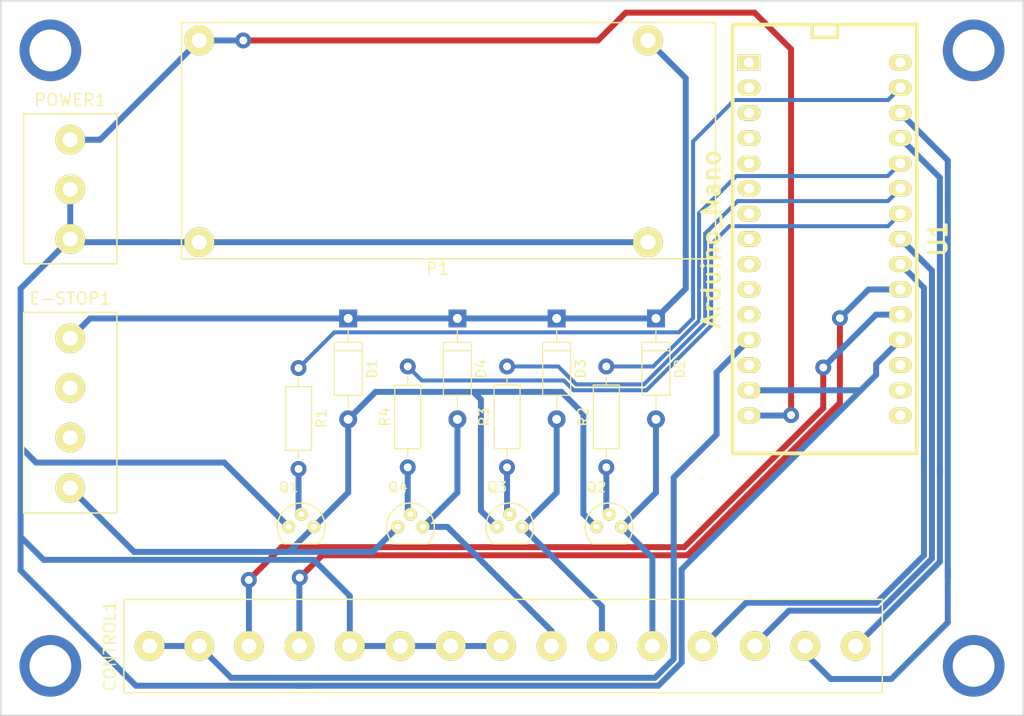
<source format=kicad_pcb>
(kicad_pcb (version 4) (host pcbnew 4.0.2-stable)

  (general
    (links 44)
    (no_connects 0)
    (area 81.653572 51.924999 187.346429 125.275)
    (thickness 1.6)
    (drawings 4)
    (tracks 186)
    (zones 0)
    (modules 21)
    (nets 41)
  )

  (page A4)
  (layers
    (0 F.Cu signal)
    (31 B.Cu signal)
    (32 B.Adhes user)
    (33 F.Adhes user)
    (34 B.Paste user)
    (35 F.Paste user)
    (36 B.SilkS user)
    (37 F.SilkS user)
    (38 B.Mask user)
    (39 F.Mask user)
    (40 Dwgs.User user)
    (41 Cmts.User user)
    (42 Eco1.User user)
    (43 Eco2.User user)
    (44 Edge.Cuts user)
    (45 Margin user)
    (46 B.CrtYd user)
    (47 F.CrtYd user hide)
    (48 B.Fab user)
    (49 F.Fab user)
  )

  (setup
    (last_trace_width 0.25)
    (user_trace_width 0.4)
    (user_trace_width 0.6)
    (trace_clearance 0.2)
    (zone_clearance 0.508)
    (zone_45_only no)
    (trace_min 0.2)
    (segment_width 0.2)
    (edge_width 0.15)
    (via_size 0.6)
    (via_drill 0.4)
    (via_min_size 0.4)
    (via_min_drill 0.3)
    (user_via 1.6 0.8)
    (uvia_size 0.3)
    (uvia_drill 0.1)
    (uvias_allowed no)
    (uvia_min_size 0.2)
    (uvia_min_drill 0.1)
    (pcb_text_width 0.3)
    (pcb_text_size 1.5 1.5)
    (mod_edge_width 0.15)
    (mod_text_size 1 1)
    (mod_text_width 0.15)
    (pad_size 1.524 1.524)
    (pad_drill 0.762)
    (pad_to_mask_clearance 0.2)
    (aux_axis_origin 0 0)
    (visible_elements 7FFEFFFF)
    (pcbplotparams
      (layerselection 0x01000_00000000)
      (usegerberextensions false)
      (excludeedgelayer true)
      (linewidth 0.100000)
      (plotframeref false)
      (viasonmask false)
      (mode 1)
      (useauxorigin false)
      (hpglpennumber 1)
      (hpglpenspeed 20)
      (hpglpendiameter 15)
      (hpglpenoverlay 2)
      (psnegative false)
      (psa4output false)
      (plotreference true)
      (plotvalue true)
      (plotinvisibletext false)
      (padsonsilk false)
      (subtractmaskfromsilk false)
      (outputformat 1)
      (mirror false)
      (drillshape 0)
      (scaleselection 1)
      (outputdirectory Gerbers/))
  )

  (net 0 "")
  (net 1 GND)
  (net 2 "Net-(D1-Pad1)")
  (net 3 "Net-(D1-Pad2)")
  (net 4 "Net-(Q1-Pad2)")
  (net 5 "Net-(Q2-Pad2)")
  (net 6 "Net-(Q3-Pad2)")
  (net 7 "Net-(Q4-Pad2)")
  (net 8 "Net-(U1-Pad1)")
  (net 9 "Net-(U1-Pad2)")
  (net 10 "Net-(U1-Pad3)")
  (net 11 "Net-(U1-Pad10)")
  (net 12 "Net-(U1-Pad11)")
  (net 13 "Net-(U1-Pad13)")
  (net 14 "Net-(U1-Pad16)")
  (net 15 "Net-(U1-Pad17)")
  (net 16 "Net-(U1-Pad18)")
  (net 17 "Net-(CONTROL1-Pad15)")
  (net 18 "Net-(CONTROL1-Pad14)")
  (net 19 "Net-(CONTROL1-Pad13)")
  (net 20 "Net-(CONTROL1-Pad12)")
  (net 21 "Net-(CONTROL1-Pad11)")
  (net 22 "Net-(CONTROL1-Pad10)")
  (net 23 "Net-(CONTROL1-Pad9)")
  (net 24 "Net-(CONTROL1-Pad4)")
  (net 25 "Net-(CONTROL1-Pad1)")
  (net 26 "Net-(CONTROL1-Pad3)")
  (net 27 "Net-(E-STOP1-Pad2)")
  (net 28 "Net-(E-STOP1-Pad3)")
  (net 29 "Net-(P1-Pad1)")
  (net 30 "Net-(R1-Pad1)")
  (net 31 "Net-(R2-Pad2)")
  (net 32 "Net-(R3-Pad2)")
  (net 33 "Net-(R4-Pad2)")
  (net 34 "Net-(U1-Pad4)")
  (net 35 "Net-(U1-Pad5)")
  (net 36 "Net-(U1-Pad6)")
  (net 37 "Net-(U1-Pad7)")
  (net 38 "Net-(U1-Pad8)")
  (net 39 "Net-(U1-Pad9)")
  (net 40 "Net-(U1-Pad30)")

  (net_class Default "This is the default net class."
    (clearance 0.2)
    (trace_width 0.25)
    (via_dia 0.6)
    (via_drill 0.4)
    (uvia_dia 0.3)
    (uvia_drill 0.1)
    (add_net GND)
    (add_net "Net-(CONTROL1-Pad1)")
    (add_net "Net-(CONTROL1-Pad10)")
    (add_net "Net-(CONTROL1-Pad11)")
    (add_net "Net-(CONTROL1-Pad12)")
    (add_net "Net-(CONTROL1-Pad13)")
    (add_net "Net-(CONTROL1-Pad14)")
    (add_net "Net-(CONTROL1-Pad15)")
    (add_net "Net-(CONTROL1-Pad3)")
    (add_net "Net-(CONTROL1-Pad4)")
    (add_net "Net-(CONTROL1-Pad9)")
    (add_net "Net-(D1-Pad1)")
    (add_net "Net-(D1-Pad2)")
    (add_net "Net-(E-STOP1-Pad2)")
    (add_net "Net-(E-STOP1-Pad3)")
    (add_net "Net-(P1-Pad1)")
    (add_net "Net-(Q1-Pad2)")
    (add_net "Net-(Q2-Pad2)")
    (add_net "Net-(Q3-Pad2)")
    (add_net "Net-(Q4-Pad2)")
    (add_net "Net-(R1-Pad1)")
    (add_net "Net-(R2-Pad2)")
    (add_net "Net-(R3-Pad2)")
    (add_net "Net-(R4-Pad2)")
    (add_net "Net-(U1-Pad1)")
    (add_net "Net-(U1-Pad10)")
    (add_net "Net-(U1-Pad11)")
    (add_net "Net-(U1-Pad13)")
    (add_net "Net-(U1-Pad16)")
    (add_net "Net-(U1-Pad17)")
    (add_net "Net-(U1-Pad18)")
    (add_net "Net-(U1-Pad2)")
    (add_net "Net-(U1-Pad3)")
    (add_net "Net-(U1-Pad30)")
    (add_net "Net-(U1-Pad4)")
    (add_net "Net-(U1-Pad5)")
    (add_net "Net-(U1-Pad6)")
    (add_net "Net-(U1-Pad7)")
    (add_net "Net-(U1-Pad8)")
    (add_net "Net-(U1-Pad9)")
  )

  (module sap-pcb:15-PIN_CONN (layer F.Cu) (tedit 58923F4D) (tstamp 58912A94)
    (at 98 117)
    (path /588FCA10)
    (fp_text reference CONTROL1 (at -4 0 90) (layer F.SilkS)
      (effects (font (size 1.2 1.2) (thickness 0.15)))
    )
    (fp_text value CONN_01X15 (at 34.29 -6.35) (layer F.Fab) hide
      (effects (font (size 1.2 1.2) (thickness 0.15)))
    )
    (fp_line (start -2.6 -4.7) (end 73.8 -4.7) (layer F.SilkS) (width 0.15))
    (fp_line (start 73.8 -4.7) (end 73.8 4.7) (layer F.SilkS) (width 0.15))
    (fp_line (start 73.8 4.7) (end -2.6 4.7) (layer F.SilkS) (width 0.15))
    (fp_line (start -2.6 -4.7) (end -2.6 4.7) (layer F.SilkS) (width 0.15))
    (pad 15 thru_hole circle (at 71.12 0) (size 3 3) (drill 1.5) (layers *.Cu *.Mask F.SilkS)
      (net 17 "Net-(CONTROL1-Pad15)"))
    (pad 14 thru_hole circle (at 66.04 0) (size 3 3) (drill 1.5) (layers *.Cu *.Mask F.SilkS)
      (net 18 "Net-(CONTROL1-Pad14)"))
    (pad 13 thru_hole circle (at 60.96 0) (size 3 3) (drill 1.5) (layers *.Cu *.Mask F.SilkS)
      (net 19 "Net-(CONTROL1-Pad13)"))
    (pad 12 thru_hole circle (at 55.72 0) (size 3 3) (drill 1.5) (layers *.Cu *.Mask F.SilkS)
      (net 20 "Net-(CONTROL1-Pad12)"))
    (pad 11 thru_hole circle (at 50.64 0) (size 3 3) (drill 1.5) (layers *.Cu *.Mask F.SilkS)
      (net 21 "Net-(CONTROL1-Pad11)"))
    (pad 10 thru_hole circle (at 45.56 0) (size 3 3) (drill 1.5) (layers *.Cu *.Mask F.SilkS)
      (net 22 "Net-(CONTROL1-Pad10)"))
    (pad 9 thru_hole circle (at 40.48 0) (size 3 3) (drill 1.5) (layers *.Cu *.Mask F.SilkS)
      (net 23 "Net-(CONTROL1-Pad9)"))
    (pad 8 thru_hole circle (at 35.4 0) (size 3 3) (drill 1.5) (layers *.Cu *.Mask F.SilkS)
      (net 1 GND))
    (pad 7 thru_hole circle (at 30.32 0) (size 3 3) (drill 1.5) (layers *.Cu *.Mask F.SilkS)
      (net 1 GND))
    (pad 6 thru_hole circle (at 25.24 0) (size 3 3) (drill 1.5) (layers *.Cu *.Mask F.SilkS)
      (net 1 GND))
    (pad 5 thru_hole circle (at 20.16 0) (size 3 3) (drill 1.5) (layers *.Cu *.Mask F.SilkS)
      (net 1 GND))
    (pad 4 thru_hole circle (at 15.08 0) (size 3 3) (drill 1.5) (layers *.Cu *.Mask F.SilkS)
      (net 24 "Net-(CONTROL1-Pad4)"))
    (pad 1 thru_hole circle (at 0 0) (size 3 3) (drill 1.5) (layers *.Cu *.Mask F.SilkS)
      (net 25 "Net-(CONTROL1-Pad1)"))
    (pad 2 thru_hole circle (at 5 0) (size 3 3) (drill 1.5) (layers *.Cu *.Mask F.SilkS)
      (net 25 "Net-(CONTROL1-Pad1)"))
    (pad 3 thru_hole circle (at 10 0) (size 3 3) (drill 1.5) (layers *.Cu *.Mask F.SilkS)
      (net 26 "Net-(CONTROL1-Pad3)"))
    (model "../../../../../home/tetil/USBdio-PCB/USBdio-PCB.pretty/PHX_HDR_4_POS_(1933202).wrl"
      (at (xyz 2.0965 2.332 -1.975))
      (scale (xyz 0.393701 0.393701 0.393701))
      (rotate (xyz 270 0 90))
    )
    (model "../../../../../home/tetil/USBdio-PCB/USBdio-PCB.pretty/PHNX_PLUG_4_POS_(1934887).wrl"
      (at (xyz -0.37 -1.895 -0.8090000000000001))
      (scale (xyz 0.393701 0.393701 0.393701))
      (rotate (xyz 270 0 270))
    )
  )

  (module sap-pcb:4-PIN_CONN (layer F.Cu) (tedit 58923F2F) (tstamp 58912AA0)
    (at 90 86 270)
    (path /57BF6965)
    (fp_text reference E-STOP1 (at -4 0 360) (layer F.SilkS)
      (effects (font (size 1.2 1.2) (thickness 0.15)))
    )
    (fp_text value CONN_01X04 (at 7.62 -6.35 270) (layer F.Fab) hide
      (effects (font (size 1.2 1.2) (thickness 0.15)))
    )
    (fp_line (start -2.6 -4.7) (end 17.6 -4.7) (layer F.SilkS) (width 0.15))
    (fp_line (start 17.6 -4.7) (end 17.6 4.7) (layer F.SilkS) (width 0.15))
    (fp_line (start 17.6 4.7) (end -2.6 4.7) (layer F.SilkS) (width 0.15))
    (fp_line (start -2.6 -4.7) (end -2.6 4.7) (layer F.SilkS) (width 0.15))
    (pad 4 thru_hole circle (at 15.08 0 270) (size 3 3) (drill 1.5) (layers *.Cu *.Mask F.SilkS)
      (net 3 "Net-(D1-Pad2)"))
    (pad 1 thru_hole circle (at 0 0 270) (size 3 3) (drill 1.5) (layers *.Cu *.Mask F.SilkS)
      (net 2 "Net-(D1-Pad1)"))
    (pad 2 thru_hole circle (at 5 0 270) (size 3 3) (drill 1.5) (layers *.Cu *.Mask F.SilkS)
      (net 27 "Net-(E-STOP1-Pad2)"))
    (pad 3 thru_hole circle (at 10 0 270) (size 3 3) (drill 1.5) (layers *.Cu *.Mask F.SilkS)
      (net 28 "Net-(E-STOP1-Pad3)"))
    (model "../../../../../home/tetil/USBdio-PCB/USBdio-PCB.pretty/PHX_HDR_4_POS_(1933202).wrl"
      (at (xyz 2.0965 2.332 -1.975))
      (scale (xyz 0.393701 0.393701 0.393701))
      (rotate (xyz 270 0 90))
    )
    (model "../../../../../home/tetil/USBdio-PCB/USBdio-PCB.pretty/PHNX_PLUG_4_POS_(1934887).wrl"
      (at (xyz -0.37 -1.895 -0.8090000000000001))
      (scale (xyz 0.393701 0.393701 0.393701))
      (rotate (xyz 270 0 270))
    )
  )

  (module sap-pcb:DROK_DC_DC_CONVERTER (layer F.Cu) (tedit 58923F35) (tstamp 58912AAC)
    (at 103 56)
    (path /588FD125)
    (fp_text reference P1 (at 24 23) (layer F.SilkS)
      (effects (font (size 1.2 1.2) (thickness 0.15)))
    )
    (fp_text value DROK_DC_DC_CONVERTER (at 25 0) (layer F.Fab) hide
      (effects (font (size 1.2 1.2) (thickness 0.15)))
    )
    (fp_line (start -1.8 -1.8) (end 52 -1.8) (layer F.SilkS) (width 0.15))
    (fp_line (start 52 -1.8) (end 52 22) (layer F.SilkS) (width 0.15))
    (fp_line (start 52 22) (end -1.8 22) (layer F.SilkS) (width 0.15))
    (fp_line (start -1.8 -1.8) (end -1.8 22) (layer F.SilkS) (width 0.15))
    (pad 1 thru_hole circle (at 0 0) (size 3 3) (drill 1.5) (layers *.Cu *.Mask F.SilkS)
      (net 29 "Net-(P1-Pad1)"))
    (pad 2 thru_hole circle (at 0 20.32) (size 3 3) (drill 1.5) (layers *.Cu *.Mask F.SilkS)
      (net 1 GND))
    (pad 3 thru_hole circle (at 45.2 0) (size 3 3) (drill 1.5) (layers *.Cu *.Mask F.SilkS)
      (net 2 "Net-(D1-Pad1)"))
    (pad 4 thru_hole circle (at 45.2 20.32) (size 3 3) (drill 1.5) (layers *.Cu *.Mask F.SilkS)
      (net 1 GND))
    (model "../../../../../home/tetil/USBdio-PCB/USBdio-PCB.pretty/PHX_HDR_4_POS_(1933202).wrl"
      (at (xyz 2.0965 2.332 -1.975))
      (scale (xyz 0.393701 0.393701 0.393701))
      (rotate (xyz 270 0 90))
    )
    (model "../../../../../home/tetil/USBdio-PCB/USBdio-PCB.pretty/PHNX_PLUG_4_POS_(1934887).wrl"
      (at (xyz -0.37 -1.895 -0.8090000000000001))
      (scale (xyz 0.393701 0.393701 0.393701))
      (rotate (xyz 270 0 270))
    )
  )

  (module sap-pcb:3-PIN_CONN (layer F.Cu) (tedit 58923F2B) (tstamp 58912AB7)
    (at 90 66 270)
    (path /588FC1DA)
    (fp_text reference POWER1 (at -4 0 360) (layer F.SilkS)
      (effects (font (size 1.2 1.2) (thickness 0.15)))
    )
    (fp_text value CONN_01X03 (at 5.08 -6.35 270) (layer F.Fab) hide
      (effects (font (size 1.2 1.2) (thickness 0.15)))
    )
    (fp_line (start -2.6 -4.7) (end 12.5 -4.7) (layer F.SilkS) (width 0.15))
    (fp_line (start 12.5 -4.7) (end 12.5 4.7) (layer F.SilkS) (width 0.15))
    (fp_line (start 12.5 4.7) (end -2.6 4.7) (layer F.SilkS) (width 0.15))
    (fp_line (start -2.6 -4.7) (end -2.6 4.7) (layer F.SilkS) (width 0.15))
    (pad 1 thru_hole circle (at 0 0 270) (size 3 3) (drill 1.5) (layers *.Cu *.Mask F.SilkS)
      (net 29 "Net-(P1-Pad1)"))
    (pad 2 thru_hole circle (at 5 0 270) (size 3 3) (drill 1.5) (layers *.Cu *.Mask F.SilkS)
      (net 1 GND))
    (pad 3 thru_hole circle (at 10 0 270) (size 3 3) (drill 1.5) (layers *.Cu *.Mask F.SilkS)
      (net 1 GND))
    (model "../../../../../home/tetil/USBdio-PCB/USBdio-PCB.pretty/PHX_HDR_4_POS_(1933202).wrl"
      (at (xyz 2.0965 2.332 -1.975))
      (scale (xyz 0.393701 0.393701 0.393701))
      (rotate (xyz 270 0 90))
    )
    (model "../../../../../home/tetil/USBdio-PCB/USBdio-PCB.pretty/PHNX_PLUG_4_POS_(1934887).wrl"
      (at (xyz -0.37 -1.895 -0.8090000000000001))
      (scale (xyz 0.393701 0.393701 0.393701))
      (rotate (xyz 270 0 270))
    )
  )

  (module sap-pcb:TRANSISTOR (layer F.Cu) (tedit 589125CE) (tstamp 58912AC5)
    (at 112 105)
    (path /589113CE)
    (fp_text reference Q1 (at 0 -4) (layer F.SilkS)
      (effects (font (size 1 1) (thickness 0.15)))
    )
    (fp_text value Q_NPN (at 0 3) (layer F.Fab)
      (effects (font (size 1 1) (thickness 0.15)))
    )
    (fp_line (start -1.4 1.95) (end -1.4 -2.65) (layer F.CrtYd) (width 0.05))
    (fp_line (start -1.4 1.95) (end 3.9 1.95) (layer F.CrtYd) (width 0.05))
    (fp_line (start -0.43 1.7) (end 2.97 1.7) (layer F.SilkS) (width 0.15))
    (fp_arc (start 1.27 0) (end 1.27 -2.4) (angle -135) (layer F.SilkS) (width 0.15))
    (fp_arc (start 1.27 0) (end 1.27 -2.4) (angle 135) (layer F.SilkS) (width 0.15))
    (fp_line (start -1.4 -2.65) (end 3.9 -2.65) (layer F.CrtYd) (width 0.05))
    (fp_line (start 3.9 1.95) (end 3.9 -2.65) (layer F.CrtYd) (width 0.05))
    (pad 2 thru_hole circle (at 1.27 -1.27 90) (size 1.3 1.3) (drill 0.6) (layers *.Cu *.Mask F.SilkS)
      (net 4 "Net-(Q1-Pad2)"))
    (pad 3 thru_hole circle (at 2.54 0 90) (size 1.3 1.3) (drill 0.6) (layers *.Cu *.Mask F.SilkS)
      (net 3 "Net-(D1-Pad2)"))
    (pad 1 thru_hole circle (at 0 0 90) (size 1.3 1.3) (drill 0.6) (layers *.Cu *.Mask F.SilkS)
      (net 1 GND))
    (model TO_SOT_Packages_THT.3dshapes/TO-92_Molded_Narrow.wrl
      (at (xyz 0.05 0 0))
      (scale (xyz 1 1 1))
      (rotate (xyz 0 0 -90))
    )
  )

  (module sap-pcb:TRANSISTOR (layer F.Cu) (tedit 589125CE) (tstamp 58912AD3)
    (at 143 105)
    (path /58912673)
    (fp_text reference Q2 (at 0 -4) (layer F.SilkS)
      (effects (font (size 1 1) (thickness 0.15)))
    )
    (fp_text value Q_NPN (at 0 3) (layer F.Fab)
      (effects (font (size 1 1) (thickness 0.15)))
    )
    (fp_line (start -1.4 1.95) (end -1.4 -2.65) (layer F.CrtYd) (width 0.05))
    (fp_line (start -1.4 1.95) (end 3.9 1.95) (layer F.CrtYd) (width 0.05))
    (fp_line (start -0.43 1.7) (end 2.97 1.7) (layer F.SilkS) (width 0.15))
    (fp_arc (start 1.27 0) (end 1.27 -2.4) (angle -135) (layer F.SilkS) (width 0.15))
    (fp_arc (start 1.27 0) (end 1.27 -2.4) (angle 135) (layer F.SilkS) (width 0.15))
    (fp_line (start -1.4 -2.65) (end 3.9 -2.65) (layer F.CrtYd) (width 0.05))
    (fp_line (start 3.9 1.95) (end 3.9 -2.65) (layer F.CrtYd) (width 0.05))
    (pad 2 thru_hole circle (at 1.27 -1.27 90) (size 1.3 1.3) (drill 0.6) (layers *.Cu *.Mask F.SilkS)
      (net 5 "Net-(Q2-Pad2)"))
    (pad 3 thru_hole circle (at 2.54 0 90) (size 1.3 1.3) (drill 0.6) (layers *.Cu *.Mask F.SilkS)
      (net 21 "Net-(CONTROL1-Pad11)"))
    (pad 1 thru_hole circle (at 0 0 90) (size 1.3 1.3) (drill 0.6) (layers *.Cu *.Mask F.SilkS)
      (net 3 "Net-(D1-Pad2)"))
    (model TO_SOT_Packages_THT.3dshapes/TO-92_Molded_Narrow.wrl
      (at (xyz 0.05 0 0))
      (scale (xyz 1 1 1))
      (rotate (xyz 0 0 -90))
    )
  )

  (module sap-pcb:TRANSISTOR (layer F.Cu) (tedit 589125CE) (tstamp 58912AE1)
    (at 133 105)
    (path /5891270E)
    (fp_text reference Q3 (at 0 -4) (layer F.SilkS)
      (effects (font (size 1 1) (thickness 0.15)))
    )
    (fp_text value Q_NPN (at 0 3) (layer F.Fab)
      (effects (font (size 1 1) (thickness 0.15)))
    )
    (fp_line (start -1.4 1.95) (end -1.4 -2.65) (layer F.CrtYd) (width 0.05))
    (fp_line (start -1.4 1.95) (end 3.9 1.95) (layer F.CrtYd) (width 0.05))
    (fp_line (start -0.43 1.7) (end 2.97 1.7) (layer F.SilkS) (width 0.15))
    (fp_arc (start 1.27 0) (end 1.27 -2.4) (angle -135) (layer F.SilkS) (width 0.15))
    (fp_arc (start 1.27 0) (end 1.27 -2.4) (angle 135) (layer F.SilkS) (width 0.15))
    (fp_line (start -1.4 -2.65) (end 3.9 -2.65) (layer F.CrtYd) (width 0.05))
    (fp_line (start 3.9 1.95) (end 3.9 -2.65) (layer F.CrtYd) (width 0.05))
    (pad 2 thru_hole circle (at 1.27 -1.27 90) (size 1.3 1.3) (drill 0.6) (layers *.Cu *.Mask F.SilkS)
      (net 6 "Net-(Q3-Pad2)"))
    (pad 3 thru_hole circle (at 2.54 0 90) (size 1.3 1.3) (drill 0.6) (layers *.Cu *.Mask F.SilkS)
      (net 22 "Net-(CONTROL1-Pad10)"))
    (pad 1 thru_hole circle (at 0 0 90) (size 1.3 1.3) (drill 0.6) (layers *.Cu *.Mask F.SilkS)
      (net 3 "Net-(D1-Pad2)"))
    (model TO_SOT_Packages_THT.3dshapes/TO-92_Molded_Narrow.wrl
      (at (xyz 0.05 0 0))
      (scale (xyz 1 1 1))
      (rotate (xyz 0 0 -90))
    )
  )

  (module sap-pcb:TRANSISTOR (layer F.Cu) (tedit 589125CE) (tstamp 58912AEF)
    (at 123 105)
    (path /589127B6)
    (fp_text reference Q4 (at 0 -4) (layer F.SilkS)
      (effects (font (size 1 1) (thickness 0.15)))
    )
    (fp_text value Q_NPN (at 0 3) (layer F.Fab)
      (effects (font (size 1 1) (thickness 0.15)))
    )
    (fp_line (start -1.4 1.95) (end -1.4 -2.65) (layer F.CrtYd) (width 0.05))
    (fp_line (start -1.4 1.95) (end 3.9 1.95) (layer F.CrtYd) (width 0.05))
    (fp_line (start -0.43 1.7) (end 2.97 1.7) (layer F.SilkS) (width 0.15))
    (fp_arc (start 1.27 0) (end 1.27 -2.4) (angle -135) (layer F.SilkS) (width 0.15))
    (fp_arc (start 1.27 0) (end 1.27 -2.4) (angle 135) (layer F.SilkS) (width 0.15))
    (fp_line (start -1.4 -2.65) (end 3.9 -2.65) (layer F.CrtYd) (width 0.05))
    (fp_line (start 3.9 1.95) (end 3.9 -2.65) (layer F.CrtYd) (width 0.05))
    (pad 2 thru_hole circle (at 1.27 -1.27 90) (size 1.3 1.3) (drill 0.6) (layers *.Cu *.Mask F.SilkS)
      (net 7 "Net-(Q4-Pad2)"))
    (pad 3 thru_hole circle (at 2.54 0 90) (size 1.3 1.3) (drill 0.6) (layers *.Cu *.Mask F.SilkS)
      (net 23 "Net-(CONTROL1-Pad9)"))
    (pad 1 thru_hole circle (at 0 0 90) (size 1.3 1.3) (drill 0.6) (layers *.Cu *.Mask F.SilkS)
      (net 3 "Net-(D1-Pad2)"))
    (model TO_SOT_Packages_THT.3dshapes/TO-92_Molded_Narrow.wrl
      (at (xyz 0.05 0 0))
      (scale (xyz 1 1 1))
      (rotate (xyz 0 0 -90))
    )
  )

  (module sap-pcb:ARDUINO_NANO (layer F.Cu) (tedit 57C44E57) (tstamp 58912B18)
    (at 166 76 270)
    (descr "30 pins DIL package, elliptical pads, width 600mil (arduino nano)")
    (tags "DIL arduino nano")
    (path /57BF6188)
    (fp_text reference U1 (at 0 -11.43 270) (layer F.SilkS)
      (effects (font (size 1.778 1.778) (thickness 0.3048)))
    )
    (fp_text value Arduino_Nano (at 0 11.43 270) (layer F.SilkS)
      (effects (font (size 1.778 1.778) (thickness 0.3048)))
    )
    (fp_line (start -21.59 -9.27) (end 21.59 -9.27) (layer F.SilkS) (width 0.381))
    (fp_line (start 21.59 -9.27) (end 21.59 9.27) (layer F.SilkS) (width 0.381))
    (fp_line (start 21.59 9.27) (end -21.59 9.27) (layer F.SilkS) (width 0.381))
    (fp_line (start -21.59 9.27) (end -21.59 -9.27) (layer F.SilkS) (width 0.381))
    (fp_line (start -21.59 1.27) (end -20.32 1.27) (layer F.SilkS) (width 0.381))
    (fp_line (start -20.32 1.27) (end -20.32 -1.27) (layer F.SilkS) (width 0.381))
    (fp_line (start -20.32 -1.27) (end -21.59 -1.27) (layer F.SilkS) (width 0.381))
    (pad 1 thru_hole rect (at -17.78 7.62 270) (size 1.5748 2.286) (drill 1.016) (layers *.Cu *.Mask F.SilkS)
      (net 8 "Net-(U1-Pad1)"))
    (pad 2 thru_hole oval (at -15.24 7.62 270) (size 1.5748 2.286) (drill 1.016) (layers *.Cu *.Mask F.SilkS)
      (net 9 "Net-(U1-Pad2)"))
    (pad 3 thru_hole oval (at -12.7 7.62 270) (size 1.5748 2.286) (drill 1.016) (layers *.Cu *.Mask F.SilkS)
      (net 10 "Net-(U1-Pad3)"))
    (pad 4 thru_hole oval (at -10.16 7.62 270) (size 1.5748 2.286) (drill 1.016) (layers *.Cu *.Mask F.SilkS)
      (net 34 "Net-(U1-Pad4)"))
    (pad 5 thru_hole oval (at -7.62 7.62 270) (size 1.5748 2.286) (drill 1.016) (layers *.Cu *.Mask F.SilkS)
      (net 35 "Net-(U1-Pad5)"))
    (pad 6 thru_hole oval (at -5.08 7.62 270) (size 1.5748 2.286) (drill 1.016) (layers *.Cu *.Mask F.SilkS)
      (net 36 "Net-(U1-Pad6)"))
    (pad 7 thru_hole oval (at -2.54 7.62 270) (size 1.5748 2.286) (drill 1.016) (layers *.Cu *.Mask F.SilkS)
      (net 37 "Net-(U1-Pad7)"))
    (pad 8 thru_hole oval (at 0 7.62 270) (size 1.5748 2.286) (drill 1.016) (layers *.Cu *.Mask F.SilkS)
      (net 38 "Net-(U1-Pad8)"))
    (pad 9 thru_hole oval (at 2.54 7.62 270) (size 1.5748 2.286) (drill 1.016) (layers *.Cu *.Mask F.SilkS)
      (net 39 "Net-(U1-Pad9)"))
    (pad 10 thru_hole oval (at 5.08 7.62 270) (size 1.5748 2.286) (drill 1.016) (layers *.Cu *.Mask F.SilkS)
      (net 11 "Net-(U1-Pad10)"))
    (pad 11 thru_hole oval (at 7.62 7.62 270) (size 1.5748 2.286) (drill 1.016) (layers *.Cu *.Mask F.SilkS)
      (net 12 "Net-(U1-Pad11)"))
    (pad 12 thru_hole oval (at 10.16 7.62 270) (size 1.5748 2.286) (drill 1.016) (layers *.Cu *.Mask F.SilkS)
      (net 25 "Net-(CONTROL1-Pad1)"))
    (pad 13 thru_hole oval (at 12.7 7.62 270) (size 1.5748 2.286) (drill 1.016) (layers *.Cu *.Mask F.SilkS)
      (net 13 "Net-(U1-Pad13)"))
    (pad 14 thru_hole oval (at 15.24 7.62 270) (size 1.5748 2.286) (drill 1.016) (layers *.Cu *.Mask F.SilkS)
      (net 1 GND))
    (pad 15 thru_hole oval (at 17.78 7.62 270) (size 1.5748 2.286) (drill 1.016) (layers *.Cu *.Mask F.SilkS)
      (net 29 "Net-(P1-Pad1)"))
    (pad 16 thru_hole oval (at 17.78 -7.62 270) (size 1.5748 2.286) (drill 1.016) (layers *.Cu *.Mask F.SilkS)
      (net 14 "Net-(U1-Pad16)"))
    (pad 17 thru_hole oval (at 15.24 -7.62 270) (size 1.5748 2.286) (drill 1.016) (layers *.Cu *.Mask F.SilkS)
      (net 15 "Net-(U1-Pad17)"))
    (pad 18 thru_hole oval (at 12.7 -7.62 270) (size 1.5748 2.286) (drill 1.016) (layers *.Cu *.Mask F.SilkS)
      (net 16 "Net-(U1-Pad18)"))
    (pad 19 thru_hole oval (at 10.16 -7.62 270) (size 1.5748 2.286) (drill 1.016) (layers *.Cu *.Mask F.SilkS)
      (net 1 GND))
    (pad 20 thru_hole oval (at 7.62 -7.62 270) (size 1.5748 2.286) (drill 1.016) (layers *.Cu *.Mask F.SilkS)
      (net 26 "Net-(CONTROL1-Pad3)"))
    (pad 21 thru_hole oval (at 5.08 -7.62 270) (size 1.5748 2.286) (drill 1.016) (layers *.Cu *.Mask F.SilkS)
      (net 24 "Net-(CONTROL1-Pad4)"))
    (pad 22 thru_hole oval (at 2.54 -7.62 270) (size 1.5748 2.286) (drill 1.016) (layers *.Cu *.Mask F.SilkS)
      (net 20 "Net-(CONTROL1-Pad12)"))
    (pad 23 thru_hole oval (at 0 -7.62 270) (size 1.5748 2.286) (drill 1.016) (layers *.Cu *.Mask F.SilkS)
      (net 19 "Net-(CONTROL1-Pad13)"))
    (pad 24 thru_hole oval (at -2.54 -7.62 270) (size 1.5748 2.286) (drill 1.016) (layers *.Cu *.Mask F.SilkS)
      (net 33 "Net-(R4-Pad2)"))
    (pad 25 thru_hole oval (at -5.08 -7.62 270) (size 1.5748 2.286) (drill 1.016) (layers *.Cu *.Mask F.SilkS)
      (net 32 "Net-(R3-Pad2)"))
    (pad 26 thru_hole oval (at -7.62 -7.62 270) (size 1.5748 2.286) (drill 1.016) (layers *.Cu *.Mask F.SilkS)
      (net 31 "Net-(R2-Pad2)"))
    (pad 27 thru_hole oval (at -10.16 -7.62 270) (size 1.5748 2.286) (drill 1.016) (layers *.Cu *.Mask F.SilkS)
      (net 17 "Net-(CONTROL1-Pad15)"))
    (pad 28 thru_hole oval (at -12.7 -7.62 270) (size 1.5748 2.286) (drill 1.016) (layers *.Cu *.Mask F.SilkS)
      (net 18 "Net-(CONTROL1-Pad14)"))
    (pad 29 thru_hole oval (at -15.24 -7.62 270) (size 1.5748 2.286) (drill 1.016) (layers *.Cu *.Mask F.SilkS)
      (net 30 "Net-(R1-Pad1)"))
    (pad 30 thru_hole oval (at -17.78 -7.62 270) (size 1.5748 2.286) (drill 1.016) (layers *.Cu *.Mask F.SilkS)
      (net 40 "Net-(U1-Pad30)"))
    (model ../../../../../home/tetil/USBdio-PCB/USBdio-PCB.pretty/ARDUINO_NANO.wrl
      (at (xyz -0.925 -0.385 -0.28))
      (scale (xyz 0.393701 0.393701 0.393701))
      (rotate (xyz 0 0 0))
    )
  )

  (module Diodes_ThroughHole:D_A-405_P10.16mm_Horizontal (layer F.Cu) (tedit 5877C982) (tstamp 58912CEE)
    (at 118 84 270)
    (descr "D, A-405 series, Axial, Horizontal, pin pitch=10.16mm, , length*diameter=5.2*2.7mm^2, , http://www.diodes.com/_files/packages/A-405.pdf")
    (tags "D A-405 series Axial Horizontal pin pitch 10.16mm  length 5.2mm diameter 2.7mm")
    (path /589114DB)
    (fp_text reference D1 (at 5.08 -2.41 270) (layer F.SilkS)
      (effects (font (size 1 1) (thickness 0.15)))
    )
    (fp_text value D (at 5.08 2.41 270) (layer F.Fab)
      (effects (font (size 1 1) (thickness 0.15)))
    )
    (fp_line (start 2.48 -1.35) (end 2.48 1.35) (layer F.Fab) (width 0.1))
    (fp_line (start 2.48 1.35) (end 7.68 1.35) (layer F.Fab) (width 0.1))
    (fp_line (start 7.68 1.35) (end 7.68 -1.35) (layer F.Fab) (width 0.1))
    (fp_line (start 7.68 -1.35) (end 2.48 -1.35) (layer F.Fab) (width 0.1))
    (fp_line (start 0 0) (end 2.48 0) (layer F.Fab) (width 0.1))
    (fp_line (start 10.16 0) (end 7.68 0) (layer F.Fab) (width 0.1))
    (fp_line (start 3.26 -1.35) (end 3.26 1.35) (layer F.Fab) (width 0.1))
    (fp_line (start 2.42 -1.41) (end 2.42 1.41) (layer F.SilkS) (width 0.12))
    (fp_line (start 2.42 1.41) (end 7.74 1.41) (layer F.SilkS) (width 0.12))
    (fp_line (start 7.74 1.41) (end 7.74 -1.41) (layer F.SilkS) (width 0.12))
    (fp_line (start 7.74 -1.41) (end 2.42 -1.41) (layer F.SilkS) (width 0.12))
    (fp_line (start 1.08 0) (end 2.42 0) (layer F.SilkS) (width 0.12))
    (fp_line (start 9.08 0) (end 7.74 0) (layer F.SilkS) (width 0.12))
    (fp_line (start 3.26 -1.41) (end 3.26 1.41) (layer F.SilkS) (width 0.12))
    (fp_line (start -1.15 -1.7) (end -1.15 1.7) (layer F.CrtYd) (width 0.05))
    (fp_line (start -1.15 1.7) (end 11.35 1.7) (layer F.CrtYd) (width 0.05))
    (fp_line (start 11.35 1.7) (end 11.35 -1.7) (layer F.CrtYd) (width 0.05))
    (fp_line (start 11.35 -1.7) (end -1.15 -1.7) (layer F.CrtYd) (width 0.05))
    (pad 1 thru_hole rect (at 0 0 270) (size 1.8 1.8) (drill 0.9) (layers *.Cu *.Mask)
      (net 2 "Net-(D1-Pad1)"))
    (pad 2 thru_hole oval (at 10.16 0 270) (size 1.8 1.8) (drill 0.9) (layers *.Cu *.Mask)
      (net 3 "Net-(D1-Pad2)"))
    (model Diodes_ThroughHole.3dshapes/D_A-405_P10.16mm_Horizontal.wrl
      (at (xyz 0 0 0))
      (scale (xyz 0.393701 0.393701 0.393701))
      (rotate (xyz 0 0 0))
    )
  )

  (module Diodes_ThroughHole:D_A-405_P10.16mm_Horizontal (layer F.Cu) (tedit 5877C982) (tstamp 58912D06)
    (at 149 84 270)
    (descr "D, A-405 series, Axial, Horizontal, pin pitch=10.16mm, , length*diameter=5.2*2.7mm^2, , http://www.diodes.com/_files/packages/A-405.pdf")
    (tags "D A-405 series Axial Horizontal pin pitch 10.16mm  length 5.2mm diameter 2.7mm")
    (path /588FEA03)
    (fp_text reference D2 (at 5.08 -2.41 270) (layer F.SilkS)
      (effects (font (size 1 1) (thickness 0.15)))
    )
    (fp_text value D (at 5.08 2.41 270) (layer F.Fab)
      (effects (font (size 1 1) (thickness 0.15)))
    )
    (fp_line (start 2.48 -1.35) (end 2.48 1.35) (layer F.Fab) (width 0.1))
    (fp_line (start 2.48 1.35) (end 7.68 1.35) (layer F.Fab) (width 0.1))
    (fp_line (start 7.68 1.35) (end 7.68 -1.35) (layer F.Fab) (width 0.1))
    (fp_line (start 7.68 -1.35) (end 2.48 -1.35) (layer F.Fab) (width 0.1))
    (fp_line (start 0 0) (end 2.48 0) (layer F.Fab) (width 0.1))
    (fp_line (start 10.16 0) (end 7.68 0) (layer F.Fab) (width 0.1))
    (fp_line (start 3.26 -1.35) (end 3.26 1.35) (layer F.Fab) (width 0.1))
    (fp_line (start 2.42 -1.41) (end 2.42 1.41) (layer F.SilkS) (width 0.12))
    (fp_line (start 2.42 1.41) (end 7.74 1.41) (layer F.SilkS) (width 0.12))
    (fp_line (start 7.74 1.41) (end 7.74 -1.41) (layer F.SilkS) (width 0.12))
    (fp_line (start 7.74 -1.41) (end 2.42 -1.41) (layer F.SilkS) (width 0.12))
    (fp_line (start 1.08 0) (end 2.42 0) (layer F.SilkS) (width 0.12))
    (fp_line (start 9.08 0) (end 7.74 0) (layer F.SilkS) (width 0.12))
    (fp_line (start 3.26 -1.41) (end 3.26 1.41) (layer F.SilkS) (width 0.12))
    (fp_line (start -1.15 -1.7) (end -1.15 1.7) (layer F.CrtYd) (width 0.05))
    (fp_line (start -1.15 1.7) (end 11.35 1.7) (layer F.CrtYd) (width 0.05))
    (fp_line (start 11.35 1.7) (end 11.35 -1.7) (layer F.CrtYd) (width 0.05))
    (fp_line (start 11.35 -1.7) (end -1.15 -1.7) (layer F.CrtYd) (width 0.05))
    (pad 1 thru_hole rect (at 0 0 270) (size 1.8 1.8) (drill 0.9) (layers *.Cu *.Mask)
      (net 2 "Net-(D1-Pad1)"))
    (pad 2 thru_hole oval (at 10.16 0 270) (size 1.8 1.8) (drill 0.9) (layers *.Cu *.Mask)
      (net 21 "Net-(CONTROL1-Pad11)"))
    (model Diodes_ThroughHole.3dshapes/D_A-405_P10.16mm_Horizontal.wrl
      (at (xyz 0 0 0))
      (scale (xyz 0.393701 0.393701 0.393701))
      (rotate (xyz 0 0 0))
    )
  )

  (module Diodes_ThroughHole:D_A-405_P10.16mm_Horizontal (layer F.Cu) (tedit 5877C982) (tstamp 58912D1E)
    (at 139 84 270)
    (descr "D, A-405 series, Axial, Horizontal, pin pitch=10.16mm, , length*diameter=5.2*2.7mm^2, , http://www.diodes.com/_files/packages/A-405.pdf")
    (tags "D A-405 series Axial Horizontal pin pitch 10.16mm  length 5.2mm diameter 2.7mm")
    (path /588FEBD4)
    (fp_text reference D3 (at 5.08 -2.41 270) (layer F.SilkS)
      (effects (font (size 1 1) (thickness 0.15)))
    )
    (fp_text value D (at 5.08 2.41 270) (layer F.Fab)
      (effects (font (size 1 1) (thickness 0.15)))
    )
    (fp_line (start 2.48 -1.35) (end 2.48 1.35) (layer F.Fab) (width 0.1))
    (fp_line (start 2.48 1.35) (end 7.68 1.35) (layer F.Fab) (width 0.1))
    (fp_line (start 7.68 1.35) (end 7.68 -1.35) (layer F.Fab) (width 0.1))
    (fp_line (start 7.68 -1.35) (end 2.48 -1.35) (layer F.Fab) (width 0.1))
    (fp_line (start 0 0) (end 2.48 0) (layer F.Fab) (width 0.1))
    (fp_line (start 10.16 0) (end 7.68 0) (layer F.Fab) (width 0.1))
    (fp_line (start 3.26 -1.35) (end 3.26 1.35) (layer F.Fab) (width 0.1))
    (fp_line (start 2.42 -1.41) (end 2.42 1.41) (layer F.SilkS) (width 0.12))
    (fp_line (start 2.42 1.41) (end 7.74 1.41) (layer F.SilkS) (width 0.12))
    (fp_line (start 7.74 1.41) (end 7.74 -1.41) (layer F.SilkS) (width 0.12))
    (fp_line (start 7.74 -1.41) (end 2.42 -1.41) (layer F.SilkS) (width 0.12))
    (fp_line (start 1.08 0) (end 2.42 0) (layer F.SilkS) (width 0.12))
    (fp_line (start 9.08 0) (end 7.74 0) (layer F.SilkS) (width 0.12))
    (fp_line (start 3.26 -1.41) (end 3.26 1.41) (layer F.SilkS) (width 0.12))
    (fp_line (start -1.15 -1.7) (end -1.15 1.7) (layer F.CrtYd) (width 0.05))
    (fp_line (start -1.15 1.7) (end 11.35 1.7) (layer F.CrtYd) (width 0.05))
    (fp_line (start 11.35 1.7) (end 11.35 -1.7) (layer F.CrtYd) (width 0.05))
    (fp_line (start 11.35 -1.7) (end -1.15 -1.7) (layer F.CrtYd) (width 0.05))
    (pad 1 thru_hole rect (at 0 0 270) (size 1.8 1.8) (drill 0.9) (layers *.Cu *.Mask)
      (net 2 "Net-(D1-Pad1)"))
    (pad 2 thru_hole oval (at 10.16 0 270) (size 1.8 1.8) (drill 0.9) (layers *.Cu *.Mask)
      (net 22 "Net-(CONTROL1-Pad10)"))
    (model Diodes_ThroughHole.3dshapes/D_A-405_P10.16mm_Horizontal.wrl
      (at (xyz 0 0 0))
      (scale (xyz 0.393701 0.393701 0.393701))
      (rotate (xyz 0 0 0))
    )
  )

  (module Diodes_ThroughHole:D_A-405_P10.16mm_Horizontal (layer F.Cu) (tedit 5877C982) (tstamp 58912D36)
    (at 129 84 270)
    (descr "D, A-405 series, Axial, Horizontal, pin pitch=10.16mm, , length*diameter=5.2*2.7mm^2, , http://www.diodes.com/_files/packages/A-405.pdf")
    (tags "D A-405 series Axial Horizontal pin pitch 10.16mm  length 5.2mm diameter 2.7mm")
    (path /588FEC48)
    (fp_text reference D4 (at 5.08 -2.41 270) (layer F.SilkS)
      (effects (font (size 1 1) (thickness 0.15)))
    )
    (fp_text value D (at 5.08 2.41 270) (layer F.Fab)
      (effects (font (size 1 1) (thickness 0.15)))
    )
    (fp_line (start 2.48 -1.35) (end 2.48 1.35) (layer F.Fab) (width 0.1))
    (fp_line (start 2.48 1.35) (end 7.68 1.35) (layer F.Fab) (width 0.1))
    (fp_line (start 7.68 1.35) (end 7.68 -1.35) (layer F.Fab) (width 0.1))
    (fp_line (start 7.68 -1.35) (end 2.48 -1.35) (layer F.Fab) (width 0.1))
    (fp_line (start 0 0) (end 2.48 0) (layer F.Fab) (width 0.1))
    (fp_line (start 10.16 0) (end 7.68 0) (layer F.Fab) (width 0.1))
    (fp_line (start 3.26 -1.35) (end 3.26 1.35) (layer F.Fab) (width 0.1))
    (fp_line (start 2.42 -1.41) (end 2.42 1.41) (layer F.SilkS) (width 0.12))
    (fp_line (start 2.42 1.41) (end 7.74 1.41) (layer F.SilkS) (width 0.12))
    (fp_line (start 7.74 1.41) (end 7.74 -1.41) (layer F.SilkS) (width 0.12))
    (fp_line (start 7.74 -1.41) (end 2.42 -1.41) (layer F.SilkS) (width 0.12))
    (fp_line (start 1.08 0) (end 2.42 0) (layer F.SilkS) (width 0.12))
    (fp_line (start 9.08 0) (end 7.74 0) (layer F.SilkS) (width 0.12))
    (fp_line (start 3.26 -1.41) (end 3.26 1.41) (layer F.SilkS) (width 0.12))
    (fp_line (start -1.15 -1.7) (end -1.15 1.7) (layer F.CrtYd) (width 0.05))
    (fp_line (start -1.15 1.7) (end 11.35 1.7) (layer F.CrtYd) (width 0.05))
    (fp_line (start 11.35 1.7) (end 11.35 -1.7) (layer F.CrtYd) (width 0.05))
    (fp_line (start 11.35 -1.7) (end -1.15 -1.7) (layer F.CrtYd) (width 0.05))
    (pad 1 thru_hole rect (at 0 0 270) (size 1.8 1.8) (drill 0.9) (layers *.Cu *.Mask)
      (net 2 "Net-(D1-Pad1)"))
    (pad 2 thru_hole oval (at 10.16 0 270) (size 1.8 1.8) (drill 0.9) (layers *.Cu *.Mask)
      (net 23 "Net-(CONTROL1-Pad9)"))
    (model Diodes_ThroughHole.3dshapes/D_A-405_P10.16mm_Horizontal.wrl
      (at (xyz 0 0 0))
      (scale (xyz 0.393701 0.393701 0.393701))
      (rotate (xyz 0 0 0))
    )
  )

  (module Resistors_ThroughHole:R_Axial_DIN0207_L6.3mm_D2.5mm_P10.16mm_Horizontal (layer F.Cu) (tedit 5874F706) (tstamp 58912D4C)
    (at 113 89 270)
    (descr "Resistor, Axial_DIN0207 series, Axial, Horizontal, pin pitch=10.16mm, 0.25W = 1/4W, length*diameter=6.3*2.5mm^2, http://cdn-reichelt.de/documents/datenblatt/B400/1_4W%23YAG.pdf")
    (tags "Resistor Axial_DIN0207 series Axial Horizontal pin pitch 10.16mm 0.25W = 1/4W length 6.3mm diameter 2.5mm")
    (path /588FD64F)
    (fp_text reference R1 (at 5.08 -2.31 270) (layer F.SilkS)
      (effects (font (size 1 1) (thickness 0.15)))
    )
    (fp_text value 1k (at 5.08 2.31 270) (layer F.Fab)
      (effects (font (size 1 1) (thickness 0.15)))
    )
    (fp_line (start 1.93 -1.25) (end 1.93 1.25) (layer F.Fab) (width 0.1))
    (fp_line (start 1.93 1.25) (end 8.23 1.25) (layer F.Fab) (width 0.1))
    (fp_line (start 8.23 1.25) (end 8.23 -1.25) (layer F.Fab) (width 0.1))
    (fp_line (start 8.23 -1.25) (end 1.93 -1.25) (layer F.Fab) (width 0.1))
    (fp_line (start 0 0) (end 1.93 0) (layer F.Fab) (width 0.1))
    (fp_line (start 10.16 0) (end 8.23 0) (layer F.Fab) (width 0.1))
    (fp_line (start 1.87 -1.31) (end 1.87 1.31) (layer F.SilkS) (width 0.12))
    (fp_line (start 1.87 1.31) (end 8.29 1.31) (layer F.SilkS) (width 0.12))
    (fp_line (start 8.29 1.31) (end 8.29 -1.31) (layer F.SilkS) (width 0.12))
    (fp_line (start 8.29 -1.31) (end 1.87 -1.31) (layer F.SilkS) (width 0.12))
    (fp_line (start 0.98 0) (end 1.87 0) (layer F.SilkS) (width 0.12))
    (fp_line (start 9.18 0) (end 8.29 0) (layer F.SilkS) (width 0.12))
    (fp_line (start -1.05 -1.6) (end -1.05 1.6) (layer F.CrtYd) (width 0.05))
    (fp_line (start -1.05 1.6) (end 11.25 1.6) (layer F.CrtYd) (width 0.05))
    (fp_line (start 11.25 1.6) (end 11.25 -1.6) (layer F.CrtYd) (width 0.05))
    (fp_line (start 11.25 -1.6) (end -1.05 -1.6) (layer F.CrtYd) (width 0.05))
    (pad 1 thru_hole circle (at 0 0 270) (size 1.6 1.6) (drill 0.8) (layers *.Cu *.Mask)
      (net 30 "Net-(R1-Pad1)"))
    (pad 2 thru_hole oval (at 10.16 0 270) (size 1.6 1.6) (drill 0.8) (layers *.Cu *.Mask)
      (net 4 "Net-(Q1-Pad2)"))
    (model Resistors_ThroughHole.3dshapes/R_Axial_DIN0207_L6.3mm_D2.5mm_P10.16mm_Horizontal.wrl
      (at (xyz 0 0 0))
      (scale (xyz 0.393701 0.393701 0.393701))
      (rotate (xyz 0 0 0))
    )
  )

  (module Resistors_ThroughHole:R_Axial_DIN0207_L6.3mm_D2.5mm_P10.16mm_Horizontal (layer F.Cu) (tedit 5874F706) (tstamp 58912D62)
    (at 144 99 90)
    (descr "Resistor, Axial_DIN0207 series, Axial, Horizontal, pin pitch=10.16mm, 0.25W = 1/4W, length*diameter=6.3*2.5mm^2, http://cdn-reichelt.de/documents/datenblatt/B400/1_4W%23YAG.pdf")
    (tags "Resistor Axial_DIN0207 series Axial Horizontal pin pitch 10.16mm 0.25W = 1/4W length 6.3mm diameter 2.5mm")
    (path /58911A69)
    (fp_text reference R2 (at 5.08 -2.31 90) (layer F.SilkS)
      (effects (font (size 1 1) (thickness 0.15)))
    )
    (fp_text value 1k (at 5.08 2.31 90) (layer F.Fab)
      (effects (font (size 1 1) (thickness 0.15)))
    )
    (fp_line (start 1.93 -1.25) (end 1.93 1.25) (layer F.Fab) (width 0.1))
    (fp_line (start 1.93 1.25) (end 8.23 1.25) (layer F.Fab) (width 0.1))
    (fp_line (start 8.23 1.25) (end 8.23 -1.25) (layer F.Fab) (width 0.1))
    (fp_line (start 8.23 -1.25) (end 1.93 -1.25) (layer F.Fab) (width 0.1))
    (fp_line (start 0 0) (end 1.93 0) (layer F.Fab) (width 0.1))
    (fp_line (start 10.16 0) (end 8.23 0) (layer F.Fab) (width 0.1))
    (fp_line (start 1.87 -1.31) (end 1.87 1.31) (layer F.SilkS) (width 0.12))
    (fp_line (start 1.87 1.31) (end 8.29 1.31) (layer F.SilkS) (width 0.12))
    (fp_line (start 8.29 1.31) (end 8.29 -1.31) (layer F.SilkS) (width 0.12))
    (fp_line (start 8.29 -1.31) (end 1.87 -1.31) (layer F.SilkS) (width 0.12))
    (fp_line (start 0.98 0) (end 1.87 0) (layer F.SilkS) (width 0.12))
    (fp_line (start 9.18 0) (end 8.29 0) (layer F.SilkS) (width 0.12))
    (fp_line (start -1.05 -1.6) (end -1.05 1.6) (layer F.CrtYd) (width 0.05))
    (fp_line (start -1.05 1.6) (end 11.25 1.6) (layer F.CrtYd) (width 0.05))
    (fp_line (start 11.25 1.6) (end 11.25 -1.6) (layer F.CrtYd) (width 0.05))
    (fp_line (start 11.25 -1.6) (end -1.05 -1.6) (layer F.CrtYd) (width 0.05))
    (pad 1 thru_hole circle (at 0 0 90) (size 1.6 1.6) (drill 0.8) (layers *.Cu *.Mask)
      (net 5 "Net-(Q2-Pad2)"))
    (pad 2 thru_hole oval (at 10.16 0 90) (size 1.6 1.6) (drill 0.8) (layers *.Cu *.Mask)
      (net 31 "Net-(R2-Pad2)"))
    (model Resistors_ThroughHole.3dshapes/R_Axial_DIN0207_L6.3mm_D2.5mm_P10.16mm_Horizontal.wrl
      (at (xyz 0 0 0))
      (scale (xyz 0.393701 0.393701 0.393701))
      (rotate (xyz 0 0 0))
    )
  )

  (module Resistors_ThroughHole:R_Axial_DIN0207_L6.3mm_D2.5mm_P10.16mm_Horizontal (layer F.Cu) (tedit 5874F706) (tstamp 58912D78)
    (at 134 99 90)
    (descr "Resistor, Axial_DIN0207 series, Axial, Horizontal, pin pitch=10.16mm, 0.25W = 1/4W, length*diameter=6.3*2.5mm^2, http://cdn-reichelt.de/documents/datenblatt/B400/1_4W%23YAG.pdf")
    (tags "Resistor Axial_DIN0207 series Axial Horizontal pin pitch 10.16mm 0.25W = 1/4W length 6.3mm diameter 2.5mm")
    (path /58911B2B)
    (fp_text reference R3 (at 5.08 -2.31 90) (layer F.SilkS)
      (effects (font (size 1 1) (thickness 0.15)))
    )
    (fp_text value 1k (at 5.08 2.31 90) (layer F.Fab)
      (effects (font (size 1 1) (thickness 0.15)))
    )
    (fp_line (start 1.93 -1.25) (end 1.93 1.25) (layer F.Fab) (width 0.1))
    (fp_line (start 1.93 1.25) (end 8.23 1.25) (layer F.Fab) (width 0.1))
    (fp_line (start 8.23 1.25) (end 8.23 -1.25) (layer F.Fab) (width 0.1))
    (fp_line (start 8.23 -1.25) (end 1.93 -1.25) (layer F.Fab) (width 0.1))
    (fp_line (start 0 0) (end 1.93 0) (layer F.Fab) (width 0.1))
    (fp_line (start 10.16 0) (end 8.23 0) (layer F.Fab) (width 0.1))
    (fp_line (start 1.87 -1.31) (end 1.87 1.31) (layer F.SilkS) (width 0.12))
    (fp_line (start 1.87 1.31) (end 8.29 1.31) (layer F.SilkS) (width 0.12))
    (fp_line (start 8.29 1.31) (end 8.29 -1.31) (layer F.SilkS) (width 0.12))
    (fp_line (start 8.29 -1.31) (end 1.87 -1.31) (layer F.SilkS) (width 0.12))
    (fp_line (start 0.98 0) (end 1.87 0) (layer F.SilkS) (width 0.12))
    (fp_line (start 9.18 0) (end 8.29 0) (layer F.SilkS) (width 0.12))
    (fp_line (start -1.05 -1.6) (end -1.05 1.6) (layer F.CrtYd) (width 0.05))
    (fp_line (start -1.05 1.6) (end 11.25 1.6) (layer F.CrtYd) (width 0.05))
    (fp_line (start 11.25 1.6) (end 11.25 -1.6) (layer F.CrtYd) (width 0.05))
    (fp_line (start 11.25 -1.6) (end -1.05 -1.6) (layer F.CrtYd) (width 0.05))
    (pad 1 thru_hole circle (at 0 0 90) (size 1.6 1.6) (drill 0.8) (layers *.Cu *.Mask)
      (net 6 "Net-(Q3-Pad2)"))
    (pad 2 thru_hole oval (at 10.16 0 90) (size 1.6 1.6) (drill 0.8) (layers *.Cu *.Mask)
      (net 32 "Net-(R3-Pad2)"))
    (model Resistors_ThroughHole.3dshapes/R_Axial_DIN0207_L6.3mm_D2.5mm_P10.16mm_Horizontal.wrl
      (at (xyz 0 0 0))
      (scale (xyz 0.393701 0.393701 0.393701))
      (rotate (xyz 0 0 0))
    )
  )

  (module Resistors_ThroughHole:R_Axial_DIN0207_L6.3mm_D2.5mm_P10.16mm_Horizontal (layer F.Cu) (tedit 5874F706) (tstamp 58912D8E)
    (at 124 99 90)
    (descr "Resistor, Axial_DIN0207 series, Axial, Horizontal, pin pitch=10.16mm, 0.25W = 1/4W, length*diameter=6.3*2.5mm^2, http://cdn-reichelt.de/documents/datenblatt/B400/1_4W%23YAG.pdf")
    (tags "Resistor Axial_DIN0207 series Axial Horizontal pin pitch 10.16mm 0.25W = 1/4W length 6.3mm diameter 2.5mm")
    (path /58911B89)
    (fp_text reference R4 (at 5.08 -2.31 90) (layer F.SilkS)
      (effects (font (size 1 1) (thickness 0.15)))
    )
    (fp_text value 1k (at 5.08 2.31 90) (layer F.Fab)
      (effects (font (size 1 1) (thickness 0.15)))
    )
    (fp_line (start 1.93 -1.25) (end 1.93 1.25) (layer F.Fab) (width 0.1))
    (fp_line (start 1.93 1.25) (end 8.23 1.25) (layer F.Fab) (width 0.1))
    (fp_line (start 8.23 1.25) (end 8.23 -1.25) (layer F.Fab) (width 0.1))
    (fp_line (start 8.23 -1.25) (end 1.93 -1.25) (layer F.Fab) (width 0.1))
    (fp_line (start 0 0) (end 1.93 0) (layer F.Fab) (width 0.1))
    (fp_line (start 10.16 0) (end 8.23 0) (layer F.Fab) (width 0.1))
    (fp_line (start 1.87 -1.31) (end 1.87 1.31) (layer F.SilkS) (width 0.12))
    (fp_line (start 1.87 1.31) (end 8.29 1.31) (layer F.SilkS) (width 0.12))
    (fp_line (start 8.29 1.31) (end 8.29 -1.31) (layer F.SilkS) (width 0.12))
    (fp_line (start 8.29 -1.31) (end 1.87 -1.31) (layer F.SilkS) (width 0.12))
    (fp_line (start 0.98 0) (end 1.87 0) (layer F.SilkS) (width 0.12))
    (fp_line (start 9.18 0) (end 8.29 0) (layer F.SilkS) (width 0.12))
    (fp_line (start -1.05 -1.6) (end -1.05 1.6) (layer F.CrtYd) (width 0.05))
    (fp_line (start -1.05 1.6) (end 11.25 1.6) (layer F.CrtYd) (width 0.05))
    (fp_line (start 11.25 1.6) (end 11.25 -1.6) (layer F.CrtYd) (width 0.05))
    (fp_line (start 11.25 -1.6) (end -1.05 -1.6) (layer F.CrtYd) (width 0.05))
    (pad 1 thru_hole circle (at 0 0 90) (size 1.6 1.6) (drill 0.8) (layers *.Cu *.Mask)
      (net 7 "Net-(Q4-Pad2)"))
    (pad 2 thru_hole oval (at 10.16 0 90) (size 1.6 1.6) (drill 0.8) (layers *.Cu *.Mask)
      (net 33 "Net-(R4-Pad2)"))
    (model Resistors_ThroughHole.3dshapes/R_Axial_DIN0207_L6.3mm_D2.5mm_P10.16mm_Horizontal.wrl
      (at (xyz 0 0 0))
      (scale (xyz 0.393701 0.393701 0.393701))
      (rotate (xyz 0 0 0))
    )
  )

  (module sap-pcb:MOUNTING_HOLE (layer F.Cu) (tedit 58932606) (tstamp 589326AE)
    (at 88 57)
    (descr "Mounting Hole 4.3mm, no annular, M4")
    (tags "mounting hole 4.3mm no annular m4")
    (fp_text reference "" (at 0 -3.1) (layer F.SilkS) hide
      (effects (font (size 1 1) (thickness 0.15)))
    )
    (fp_text value MOUNTING_HOLE (at 0 5.3) (layer F.Fab) hide
      (effects (font (size 1 1) (thickness 0.15)))
    )
    (pad "" np_thru_hole circle (at 0 0) (size 6.1976 6.1976) (drill 4.2164) (layers *.Cu *.Mask))
  )

  (module sap-pcb:MOUNTING_HOLE (layer F.Cu) (tedit 58932606) (tstamp 5893280D)
    (at 88 119)
    (descr "Mounting Hole 4.3mm, no annular, M4")
    (tags "mounting hole 4.3mm no annular m4")
    (fp_text reference "" (at 0 -3.1) (layer F.SilkS) hide
      (effects (font (size 1 1) (thickness 0.15)))
    )
    (fp_text value MOUNTING_HOLE (at 0 5.3) (layer F.Fab) hide
      (effects (font (size 1 1) (thickness 0.15)))
    )
    (pad "" np_thru_hole circle (at 0 0) (size 6.1976 6.1976) (drill 4.2164) (layers *.Cu *.Mask))
  )

  (module sap-pcb:MOUNTING_HOLE (layer F.Cu) (tedit 58932606) (tstamp 58932819)
    (at 181 119)
    (descr "Mounting Hole 4.3mm, no annular, M4")
    (tags "mounting hole 4.3mm no annular m4")
    (fp_text reference "" (at 0 -3.1) (layer F.SilkS) hide
      (effects (font (size 1 1) (thickness 0.15)))
    )
    (fp_text value MOUNTING_HOLE (at 0 5.3) (layer F.Fab) hide
      (effects (font (size 1 1) (thickness 0.15)))
    )
    (pad "" np_thru_hole circle (at 0 0) (size 6.1976 6.1976) (drill 4.2164) (layers *.Cu *.Mask))
  )

  (module sap-pcb:MOUNTING_HOLE (layer F.Cu) (tedit 58932606) (tstamp 58932823)
    (at 181 57)
    (descr "Mounting Hole 4.3mm, no annular, M4")
    (tags "mounting hole 4.3mm no annular m4")
    (fp_text reference "" (at 0 -3.1) (layer F.SilkS) hide
      (effects (font (size 1 1) (thickness 0.15)))
    )
    (fp_text value MOUNTING_HOLE (at 0 5.3) (layer F.Fab) hide
      (effects (font (size 1 1) (thickness 0.15)))
    )
    (pad "" np_thru_hole circle (at 0 0) (size 6.1976 6.1976) (drill 4.2164) (layers *.Cu *.Mask))
  )

  (gr_line (start 83 124) (end 83 52) (angle 90) (layer Edge.Cuts) (width 0.15))
  (gr_line (start 186 124) (end 83 124) (angle 90) (layer Edge.Cuts) (width 0.15))
  (gr_line (start 186 52) (end 186 124) (angle 90) (layer Edge.Cuts) (width 0.15))
  (gr_line (start 83 52) (end 186 52) (angle 90) (layer Edge.Cuts) (width 0.15))

  (segment (start 118.16 117) (end 118.16 111.95) (width 0.6) (layer B.Cu) (net 1))
  (segment (start 87.330002 108.320002) (end 85 105.99) (width 0.6) (layer B.Cu) (net 1) (tstamp 58932B03))
  (segment (start 114.530002 108.320002) (end 87.330002 108.320002) (width 0.6) (layer B.Cu) (net 1) (tstamp 58932B00))
  (segment (start 118.16 111.95) (end 114.530002 108.320002) (width 0.6) (layer B.Cu) (net 1) (tstamp 58932AFC))
  (segment (start 151.59 118.65) (end 151.59 109.27) (width 0.6) (layer B.Cu) (net 1))
  (segment (start 149.24 121) (end 151.59 118.65) (width 0.6) (layer B.Cu) (net 1) (tstamp 589242FF))
  (segment (start 169.599313 91.269313) (end 153.72 107.148626) (width 0.6) (layer B.Cu) (net 1) (tstamp 589328F4))
  (segment (start 149.24 121) (end 112.9 121) (width 0.6) (layer B.Cu) (net 1))
  (segment (start 151.59 109.27) (end 153.72 107.14) (width 0.6) (layer B.Cu) (net 1) (tstamp 589328ED))
  (segment (start 153.72 107.14) (end 153.72 107.148626) (width 0.6) (layer B.Cu) (net 1) (tstamp 589328F3))
  (segment (start 118.16 117) (end 118.16 115.87) (width 0.6) (layer B.Cu) (net 1))
  (segment (start 85 96.96) (end 85 81) (width 0.6) (layer B.Cu) (net 1))
  (segment (start 85 81) (end 90 76) (width 0.6) (layer B.Cu) (net 1) (tstamp 589329D1))
  (segment (start 90.32 76.32) (end 99.32 76.32) (width 0.6) (layer B.Cu) (net 1))
  (segment (start 99.32 76.32) (end 103 76.32) (width 0.6) (layer B.Cu) (net 1) (tstamp 589241C8))
  (segment (start 90.32 76.32) (end 90 76) (width 0.6) (layer B.Cu) (net 1) (tstamp 589329C1))
  (segment (start 90 71) (end 90 76) (width 0.6) (layer B.Cu) (net 1))
  (segment (start 112 105) (end 105.52 98.52) (width 0.6) (layer B.Cu) (net 1))
  (segment (start 86.56 98.52) (end 85 96.96) (width 0.6) (layer B.Cu) (net 1) (tstamp 5892434B))
  (segment (start 105.52 98.52) (end 86.56 98.52) (width 0.6) (layer B.Cu) (net 1) (tstamp 58924349))
  (segment (start 158.38 91.24) (end 169.57 91.24) (width 0.6) (layer B.Cu) (net 1))
  (segment (start 169.57 91.24) (end 169.599313 91.269313) (width 0.6) (layer B.Cu) (net 1) (tstamp 58924311))
  (segment (start 171.18 88.6) (end 173.62 86.16) (width 0.6) (layer B.Cu) (net 1) (tstamp 5892430C))
  (segment (start 171.18 89.688626) (end 171.18 88.6) (width 0.6) (layer B.Cu) (net 1) (tstamp 58924306))
  (segment (start 169.599313 91.269313) (end 171.18 89.688626) (width 0.6) (layer B.Cu) (net 1) (tstamp 58924316))
  (segment (start 133.4 117) (end 128.32 117) (width 0.6) (layer B.Cu) (net 1))
  (segment (start 128.32 117) (end 123.24 117) (width 0.6) (layer B.Cu) (net 1))
  (segment (start 118.16 117) (end 123.24 117) (width 0.6) (layer B.Cu) (net 1))
  (segment (start 96.62 121) (end 112.9 121) (width 0.6) (layer B.Cu) (net 1) (tstamp 58924216))
  (segment (start 85 105.99) (end 85 109.38) (width 0.6) (layer B.Cu) (net 1) (tstamp 58932B0C))
  (segment (start 85 109.38) (end 88.16 112.54) (width 0.6) (layer B.Cu) (net 1) (tstamp 58924214))
  (segment (start 88.16 112.54) (end 96.62 121) (width 0.6) (layer B.Cu) (net 1) (tstamp 58932A06))
  (segment (start 112.9 121) (end 114.16 121) (width 0.6) (layer B.Cu) (net 1) (tstamp 589242FD))
  (segment (start 85 96.96) (end 85 105.99) (width 0.6) (layer B.Cu) (net 1) (tstamp 5892434E))
  (segment (start 103 76.32) (end 148.2 76.32) (width 0.6) (layer B.Cu) (net 1))
  (segment (start 152 77) (end 152 59.8) (width 0.6) (layer B.Cu) (net 2))
  (segment (start 152 81) (end 152 77) (width 0.6) (layer B.Cu) (net 2) (tstamp 589241DF))
  (segment (start 149 84) (end 152 81) (width 0.6) (layer B.Cu) (net 2))
  (segment (start 152 59.8) (end 148.2 56) (width 0.6) (layer B.Cu) (net 2) (tstamp 589241E3))
  (segment (start 149 84) (end 139 84) (width 0.6) (layer B.Cu) (net 2))
  (segment (start 139 84) (end 129 84) (width 0.6) (layer B.Cu) (net 2))
  (segment (start 118 84) (end 129 84) (width 0.6) (layer B.Cu) (net 2))
  (segment (start 90 86) (end 92 84) (width 0.6) (layer B.Cu) (net 2))
  (segment (start 92 84) (end 118 84) (width 0.6) (layer B.Cu) (net 2) (tstamp 589241D6))
  (segment (start 133 105) (end 131.37 103.37) (width 0.6) (layer B.Cu) (net 3))
  (segment (start 131.37 92.17) (end 130.6 91.4) (width 0.6) (layer B.Cu) (net 3) (tstamp 589243B4))
  (segment (start 131.37 103.37) (end 131.37 92.17) (width 0.6) (layer B.Cu) (net 3) (tstamp 589243B0))
  (segment (start 143 105) (end 141.69 103.69) (width 0.6) (layer B.Cu) (net 3))
  (segment (start 120.76 91.4) (end 118 94.16) (width 0.6) (layer B.Cu) (net 3) (tstamp 589243A5))
  (segment (start 139.48 91.4) (end 130.6 91.4) (width 0.6) (layer B.Cu) (net 3) (tstamp 589243A4))
  (segment (start 130.6 91.4) (end 120.76 91.4) (width 0.6) (layer B.Cu) (net 3) (tstamp 589243B7))
  (segment (start 141.69 93.61) (end 139.48 91.4) (width 0.6) (layer B.Cu) (net 3) (tstamp 589243A1))
  (segment (start 141.69 103.69) (end 141.69 93.61) (width 0.6) (layer B.Cu) (net 3) (tstamp 5892439E))
  (segment (start 114.54 105) (end 112.02 107.52) (width 0.6) (layer B.Cu) (net 3))
  (segment (start 112.02 107.52) (end 110.9 107.52) (width 0.6) (layer B.Cu) (net 3) (tstamp 58924344))
  (segment (start 90 101.08) (end 96.44 107.52) (width 0.6) (layer B.Cu) (net 3))
  (segment (start 96.44 107.52) (end 110.9 107.52) (width 0.6) (layer B.Cu) (net 3) (tstamp 58924338))
  (segment (start 120.48 107.52) (end 123 105) (width 0.6) (layer B.Cu) (net 3) (tstamp 58924340))
  (segment (start 110.9 107.52) (end 120.48 107.52) (width 0.6) (layer B.Cu) (net 3) (tstamp 58924347))
  (segment (start 114.54 105) (end 118 101.54) (width 0.6) (layer B.Cu) (net 3))
  (segment (start 118 101.54) (end 118 94.16) (width 0.6) (layer B.Cu) (net 3) (tstamp 589241E7))
  (segment (start 113.27 103.73) (end 113 103.46) (width 0.6) (layer B.Cu) (net 4))
  (segment (start 113 103.46) (end 113 99.16) (width 0.6) (layer B.Cu) (net 4) (tstamp 589241F7))
  (segment (start 144.27 103.73) (end 144 103.46) (width 0.6) (layer B.Cu) (net 5))
  (segment (start 144 103.46) (end 144 99) (width 0.6) (layer B.Cu) (net 5) (tstamp 58924201))
  (segment (start 134.27 103.73) (end 134 103.46) (width 0.6) (layer B.Cu) (net 6))
  (segment (start 134 103.46) (end 134 99) (width 0.6) (layer B.Cu) (net 6) (tstamp 589241FE))
  (segment (start 124.27 103.73) (end 124 103.46) (width 0.6) (layer B.Cu) (net 7))
  (segment (start 124 103.46) (end 124 99) (width 0.6) (layer B.Cu) (net 7) (tstamp 589241FB))
  (segment (start 169.12 117) (end 177.600004 108.519996) (width 0.6) (layer B.Cu) (net 17))
  (segment (start 177.600004 108.519996) (end 177.600004 99.1) (width 0.6) (layer B.Cu) (net 17) (tstamp 589328B9))
  (segment (start 177.600004 69.820004) (end 173.62 65.84) (width 0.6) (layer B.Cu) (net 17) (tstamp 589242D4))
  (segment (start 177.600004 99.662744) (end 177.600004 99.1) (width 0.6) (layer B.Cu) (net 17) (tstamp 589242D1))
  (segment (start 177.600004 99.1) (end 177.600004 69.820004) (width 0.6) (layer B.Cu) (net 17) (tstamp 589328BF))
  (segment (start 164.04 117) (end 164.04 117.75) (width 0.6) (layer B.Cu) (net 18))
  (segment (start 164.04 117.75) (end 166.61 120.32) (width 0.6) (layer B.Cu) (net 18) (tstamp 589328A3))
  (segment (start 166.61 120.32) (end 172.71 120.32) (width 0.6) (layer B.Cu) (net 18) (tstamp 589328A5))
  (segment (start 172.71 120.32) (end 178.4 114.63) (width 0.6) (layer B.Cu) (net 18) (tstamp 589328A7))
  (segment (start 178.4 114.63) (end 178.4 109.19) (width 0.6) (layer B.Cu) (net 18) (tstamp 589328A8))
  (segment (start 178.4 109.19) (end 178.400006 109.19) (width 0.6) (layer B.Cu) (net 18) (tstamp 589328AE))
  (segment (start 178.400006 68.080006) (end 173.62 63.3) (width 0.6) (layer B.Cu) (net 18) (tstamp 589242E3))
  (segment (start 178.400006 110.139994) (end 178.400006 109.19) (width 0.6) (layer B.Cu) (net 18) (tstamp 589242DE))
  (segment (start 178.400006 109.19) (end 178.400006 68.080006) (width 0.6) (layer B.Cu) (net 18) (tstamp 589328AF))
  (segment (start 158.96 117) (end 158.96 116.87) (width 0.6) (layer B.Cu) (net 19))
  (segment (start 158.96 116.87) (end 162.39 113.44) (width 0.6) (layer B.Cu) (net 19) (tstamp 589328CD))
  (segment (start 162.39 113.44) (end 171.548626 113.44) (width 0.6) (layer B.Cu) (net 19) (tstamp 589328CE))
  (segment (start 171.548626 113.44) (end 176.800002 108.188624) (width 0.6) (layer B.Cu) (net 19) (tstamp 589328D0))
  (segment (start 176.800002 108.188624) (end 176.800002 99.331372) (width 0.6) (layer B.Cu) (net 19) (tstamp 589328D3))
  (segment (start 176.800002 79.180002) (end 173.62 76) (width 0.6) (layer B.Cu) (net 19) (tstamp 58924292))
  (segment (start 176.800002 99.331372) (end 176.800002 79.180002) (width 0.6) (layer B.Cu) (net 19) (tstamp 58924290))
  (segment (start 153.72 117) (end 158.080002 112.639998) (width 0.6) (layer B.Cu) (net 20))
  (segment (start 176 107.857252) (end 176 97.67) (width 0.6) (layer B.Cu) (net 20) (tstamp 589328E0))
  (segment (start 171.217254 112.639998) (end 176 107.857252) (width 0.6) (layer B.Cu) (net 20) (tstamp 589328DC))
  (segment (start 158.080002 112.639998) (end 171.217254 112.639998) (width 0.6) (layer B.Cu) (net 20) (tstamp 589328D7))
  (segment (start 176 80.92) (end 173.62 78.54) (width 0.6) (layer B.Cu) (net 20) (tstamp 58924272))
  (segment (start 176 99) (end 176 97.67) (width 0.6) (layer B.Cu) (net 20) (tstamp 5892426E))
  (segment (start 176 97.67) (end 176 80.92) (width 0.6) (layer B.Cu) (net 20) (tstamp 589328E6))
  (segment (start 148.64 117) (end 148.64 108.1) (width 0.6) (layer B.Cu) (net 21))
  (segment (start 148.64 108.1) (end 145.54 105) (width 0.6) (layer B.Cu) (net 21) (tstamp 58924246))
  (segment (start 145.54 105) (end 149 101.54) (width 0.6) (layer B.Cu) (net 21))
  (segment (start 149 101.54) (end 149 94.16) (width 0.6) (layer B.Cu) (net 21) (tstamp 589241F3))
  (segment (start 143.56 117) (end 143.56 113.02) (width 0.6) (layer B.Cu) (net 22))
  (segment (start 143.56 113.02) (end 135.54 105) (width 0.6) (layer B.Cu) (net 22) (tstamp 58924242))
  (segment (start 135.54 105) (end 139 101.54) (width 0.6) (layer B.Cu) (net 22))
  (segment (start 139 101.54) (end 139 94.16) (width 0.6) (layer B.Cu) (net 22) (tstamp 589241EF))
  (segment (start 138.48 117) (end 138.48 115.48) (width 0.6) (layer B.Cu) (net 23))
  (segment (start 128 105) (end 125.54 105) (width 0.6) (layer B.Cu) (net 23) (tstamp 5892423C))
  (segment (start 138.48 115.48) (end 128 105) (width 0.6) (layer B.Cu) (net 23) (tstamp 58924239))
  (segment (start 125.54 105) (end 129 101.54) (width 0.6) (layer B.Cu) (net 23))
  (segment (start 129 101.54) (end 129 94.16) (width 0.6) (layer B.Cu) (net 23) (tstamp 589241EB))
  (segment (start 113.08 117) (end 113.08 110.15) (width 0.6) (layer B.Cu) (net 24))
  (segment (start 170.42 81.08) (end 173.62 81.08) (width 0.6) (layer B.Cu) (net 24) (tstamp 58932B36))
  (segment (start 167.53 83.97) (end 170.42 81.08) (width 0.6) (layer B.Cu) (net 24) (tstamp 58932B35))
  (via (at 167.53 83.97) (size 1.6) (drill 0.8) (layers F.Cu B.Cu) (net 24))
  (segment (start 167.53 92.5) (end 167.53 83.97) (width 0.6) (layer F.Cu) (net 24) (tstamp 58932B2E))
  (segment (start 152.17 107.86) (end 167.53 92.5) (width 0.6) (layer F.Cu) (net 24) (tstamp 58932B29))
  (segment (start 115.37 107.86) (end 152.17 107.86) (width 0.6) (layer F.Cu) (net 24) (tstamp 58932B28))
  (segment (start 113.12 110.11) (end 115.37 107.86) (width 0.6) (layer F.Cu) (net 24) (tstamp 58932B27))
  (via (at 113.12 110.11) (size 1.6) (drill 0.8) (layers F.Cu B.Cu) (net 24))
  (segment (start 113.08 110.15) (end 113.12 110.11) (width 0.6) (layer B.Cu) (net 24) (tstamp 58932B16))
  (segment (start 147.22 120.199998) (end 148.900002 120.199998) (width 0.6) (layer B.Cu) (net 25))
  (segment (start 106.199998 120.199998) (end 147.22 120.199998) (width 0.6) (layer B.Cu) (net 25) (tstamp 58932A08))
  (segment (start 103 117) (end 106.199998 120.199998) (width 0.6) (layer B.Cu) (net 25))
  (segment (start 155.11 89.43) (end 158.38 86.16) (width 0.6) (layer B.Cu) (net 25) (tstamp 58932A2C))
  (segment (start 155.11 95.7) (end 155.11 89.43) (width 0.6) (layer B.Cu) (net 25) (tstamp 58932A29))
  (segment (start 150.789998 100.020002) (end 155.11 95.7) (width 0.6) (layer B.Cu) (net 25) (tstamp 58932A23))
  (segment (start 150.789998 118.310002) (end 150.789998 100.020002) (width 0.6) (layer B.Cu) (net 25) (tstamp 58932A22))
  (segment (start 148.900002 120.199998) (end 150.789998 118.310002) (width 0.6) (layer B.Cu) (net 25) (tstamp 58932A1F))
  (segment (start 98 117) (end 103 117) (width 0.6) (layer B.Cu) (net 25))
  (segment (start 108 117) (end 108 110.35) (width 0.6) (layer B.Cu) (net 26))
  (segment (start 171.17 83.62) (end 173.62 83.62) (width 0.6) (layer B.Cu) (net 26) (tstamp 58932B51))
  (segment (start 165.85 88.94) (end 171.17 83.62) (width 0.6) (layer B.Cu) (net 26) (tstamp 58932B50))
  (via (at 165.85 88.94) (size 1.6) (drill 0.8) (layers F.Cu B.Cu) (net 26))
  (segment (start 165.85 93.04) (end 165.85 88.94) (width 0.6) (layer F.Cu) (net 26) (tstamp 58932B4C))
  (segment (start 151.85 107.04) (end 165.85 93.04) (width 0.6) (layer F.Cu) (net 26) (tstamp 58932B47))
  (segment (start 111.29 107.04) (end 151.85 107.04) (width 0.6) (layer F.Cu) (net 26) (tstamp 58932B45))
  (segment (start 107.99 110.34) (end 111.29 107.04) (width 0.6) (layer F.Cu) (net 26) (tstamp 58932B44))
  (via (at 107.99 110.34) (size 1.6) (drill 0.8) (layers F.Cu B.Cu) (net 26))
  (segment (start 108 110.35) (end 107.99 110.34) (width 0.6) (layer B.Cu) (net 26) (tstamp 58932B3A))
  (segment (start 103 56) (end 107.43 56) (width 0.6) (layer B.Cu) (net 29))
  (segment (start 162.57 93.78) (end 158.38 93.78) (width 0.6) (layer B.Cu) (net 29) (tstamp 58932AEA))
  (segment (start 162.61 93.74) (end 162.57 93.78) (width 0.6) (layer B.Cu) (net 29) (tstamp 58932AE9))
  (via (at 162.61 93.74) (size 1.6) (drill 0.8) (layers F.Cu B.Cu) (net 29))
  (segment (start 162.61 56.88) (end 162.61 93.74) (width 0.6) (layer F.Cu) (net 29) (tstamp 58932ADF))
  (segment (start 158.93 53.2) (end 162.61 56.88) (width 0.6) (layer F.Cu) (net 29) (tstamp 58932ADD))
  (segment (start 145.96 53.2) (end 158.93 53.2) (width 0.6) (layer F.Cu) (net 29) (tstamp 58932AD9))
  (segment (start 143.16 56) (end 145.96 53.2) (width 0.6) (layer F.Cu) (net 29) (tstamp 58932AC1))
  (segment (start 107.43 56) (end 143.16 56) (width 0.6) (layer F.Cu) (net 29) (tstamp 58932AC0))
  (via (at 107.43 56) (size 1.6) (drill 0.8) (layers F.Cu B.Cu) (net 29))
  (segment (start 90 66) (end 93 66) (width 0.6) (layer B.Cu) (net 29))
  (segment (start 93 66) (end 103 56) (width 0.6) (layer B.Cu) (net 29) (tstamp 589329C4))
  (segment (start 152.74 83.97) (end 152.74 66.17) (width 0.4) (layer B.Cu) (net 30))
  (segment (start 152.74 66.17) (end 156.91 62) (width 0.4) (layer B.Cu) (net 30) (tstamp 5893290F))
  (segment (start 172.38 62) (end 156.91 62) (width 0.4) (layer B.Cu) (net 30) (tstamp 58932910))
  (segment (start 116.6 85.4) (end 113 89) (width 0.4) (layer B.Cu) (net 30))
  (segment (start 151.31 85.4) (end 152.74 83.97) (width 0.4) (layer B.Cu) (net 30) (tstamp 589243FB))
  (segment (start 116.6 85.4) (end 151.31 85.4) (width 0.4) (layer B.Cu) (net 30) (tstamp 589243F6))
  (segment (start 172.38 62) (end 173.62 60.76) (width 0.4) (layer B.Cu) (net 30) (tstamp 58932913))
  (segment (start 172.38 62) (end 173.62 60.76) (width 0.4) (layer B.Cu) (net 30) (tstamp 58924406))
  (segment (start 153.340002 84.218528) (end 153.340002 73.409998) (width 0.4) (layer B.Cu) (net 31))
  (segment (start 148.71853 88.84) (end 153.340002 84.218528) (width 0.4) (layer B.Cu) (net 31) (tstamp 5892446A))
  (segment (start 144 88.84) (end 148.71853 88.84) (width 0.4) (layer B.Cu) (net 31))
  (segment (start 153.340002 73.409998) (end 157.09 69.66) (width 0.4) (layer B.Cu) (net 31) (tstamp 58932929))
  (segment (start 157.09 69.66) (end 172.34 69.66) (width 0.4) (layer B.Cu) (net 31) (tstamp 5893292B))
  (segment (start 172.34 69.66) (end 173.62 68.38) (width 0.4) (layer B.Cu) (net 31) (tstamp 5893292C))
  (segment (start 172.35 69.65) (end 173.62 68.38) (width 0.4) (layer B.Cu) (net 31) (tstamp 58924474))
  (segment (start 153.96 84.47) (end 153.96 75.45) (width 0.4) (layer B.Cu) (net 32))
  (segment (start 150.415 88.015) (end 153.96 84.47) (width 0.4) (layer B.Cu) (net 32))
  (segment (start 153.96 75.45) (end 157.23 72.18) (width 0.4) (layer B.Cu) (net 32) (tstamp 58932932))
  (segment (start 157.23 72.18) (end 172.36 72.18) (width 0.4) (layer B.Cu) (net 32) (tstamp 58932933))
  (segment (start 172.36 72.18) (end 173.62 70.92) (width 0.4) (layer B.Cu) (net 32) (tstamp 58932935))
  (segment (start 172.4 72.14) (end 173.62 70.92) (width 0.4) (layer B.Cu) (net 32) (tstamp 5892448B))
  (segment (start 134 88.84) (end 139.16 88.84) (width 0.4) (layer B.Cu) (net 32))
  (segment (start 147.79 90.64) (end 150.415 88.015) (width 0.4) (layer B.Cu) (net 32) (tstamp 5892447A))
  (segment (start 150.415 88.015) (end 150.43 88) (width 0.4) (layer B.Cu) (net 32) (tstamp 5892447E))
  (segment (start 140.96 90.64) (end 147.79 90.64) (width 0.4) (layer B.Cu) (net 32) (tstamp 58924478))
  (segment (start 139.16 88.84) (end 140.96 90.64) (width 0.4) (layer B.Cu) (net 32) (tstamp 58924477))
  (segment (start 148.038528 91.240002) (end 154.560002 84.718528) (width 0.4) (layer B.Cu) (net 33))
  (segment (start 125.41 90.25) (end 139.72147 90.25) (width 0.4) (layer B.Cu) (net 33) (tstamp 58924495))
  (segment (start 139.72147 90.25) (end 140.711472 91.240002) (width 0.4) (layer B.Cu) (net 33) (tstamp 58924499))
  (segment (start 140.711472 91.240002) (end 148.038528 91.240002) (width 0.4) (layer B.Cu) (net 33) (tstamp 5892449B))
  (segment (start 124 88.84) (end 125.41 90.25) (width 0.4) (layer B.Cu) (net 33))
  (segment (start 172.37 74.71) (end 173.62 73.46) (width 0.4) (layer B.Cu) (net 33) (tstamp 589329B0))
  (segment (start 156.4 74.71) (end 172.37 74.71) (width 0.4) (layer B.Cu) (net 33) (tstamp 589329AB))
  (segment (start 154.560002 76.549998) (end 156.4 74.71) (width 0.4) (layer B.Cu) (net 33) (tstamp 589329A7))
  (segment (start 154.560002 84.718528) (end 154.560002 76.549998) (width 0.4) (layer B.Cu) (net 33) (tstamp 5893299C))

)

</source>
